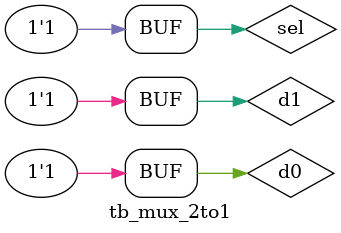
<source format=v>
`timescale 1ns / 1ps


module tb_mux_2to1;
    reg d0, d1, sel;
    wire y;

    mux_2to1 uut (.d0(d0), .d1(d1), .sel(sel), .y(y));

    initial begin
        d0=0; d1=0; sel=0; #10;
        d0=0; d1=1; sel=0; #10;
        d0=1; d1=0; sel=1; #10;
        d0=1; d1=1; sel=1; #10;
    end
endmodule


</source>
